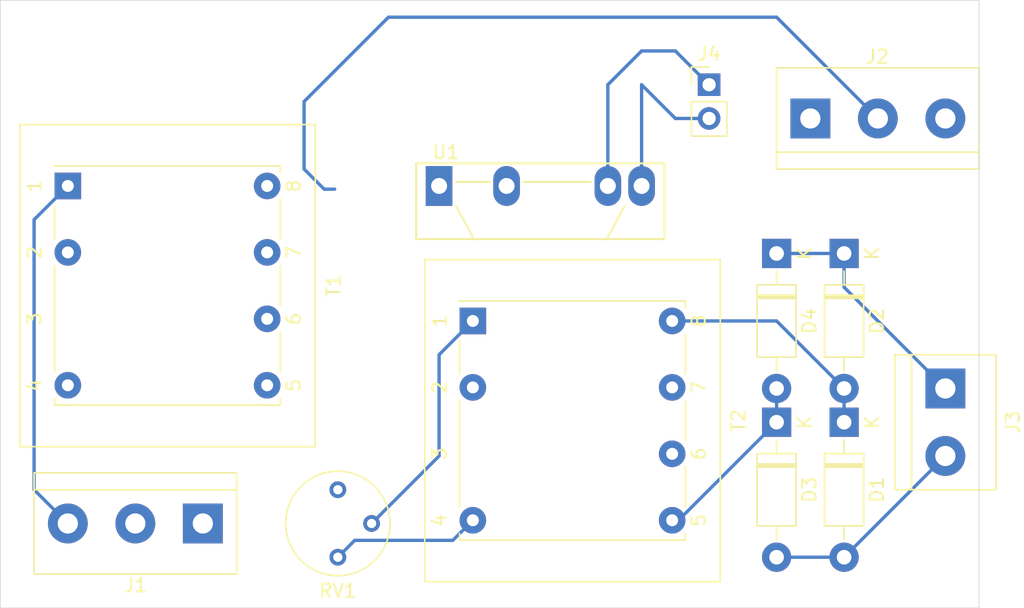
<source format=kicad_pcb>
(kicad_pcb (version 20171130) (host pcbnew "(5.1.4)-1")

  (general
    (thickness 1.6)
    (drawings 4)
    (tracks 33)
    (zones 0)
    (modules 12)
    (nets 16)
  )

  (page A4)
  (layers
    (0 F.Cu signal)
    (31 B.Cu signal)
    (32 B.Adhes user)
    (33 F.Adhes user)
    (34 B.Paste user)
    (35 F.Paste user)
    (36 B.SilkS user)
    (37 F.SilkS user)
    (38 B.Mask user)
    (39 F.Mask user)
    (40 Dwgs.User user)
    (41 Cmts.User user)
    (42 Eco1.User user)
    (43 Eco2.User user)
    (44 Edge.Cuts user)
    (45 Margin user)
    (46 B.CrtYd user)
    (47 F.CrtYd user)
    (48 B.Fab user)
    (49 F.Fab user)
  )

  (setup
    (last_trace_width 0.25)
    (trace_clearance 0.2)
    (zone_clearance 0.508)
    (zone_45_only no)
    (trace_min 0.2)
    (via_size 0.8)
    (via_drill 0.4)
    (via_min_size 0.4)
    (via_min_drill 0.3)
    (uvia_size 0.3)
    (uvia_drill 0.1)
    (uvias_allowed no)
    (uvia_min_size 0.2)
    (uvia_min_drill 0.1)
    (edge_width 0.05)
    (segment_width 0.2)
    (pcb_text_width 0.3)
    (pcb_text_size 1.5 1.5)
    (mod_edge_width 0.12)
    (mod_text_size 1 1)
    (mod_text_width 0.15)
    (pad_size 1.524 1.524)
    (pad_drill 0.762)
    (pad_to_mask_clearance 0.051)
    (solder_mask_min_width 0.25)
    (aux_axis_origin 0 0)
    (visible_elements 7FFFFFFF)
    (pcbplotparams
      (layerselection 0x010fc_ffffffff)
      (usegerberextensions false)
      (usegerberattributes false)
      (usegerberadvancedattributes false)
      (creategerberjobfile false)
      (excludeedgelayer true)
      (linewidth 0.100000)
      (plotframeref false)
      (viasonmask false)
      (mode 1)
      (useauxorigin false)
      (hpglpennumber 1)
      (hpglpenspeed 20)
      (hpglpendiameter 15.000000)
      (psnegative false)
      (psa4output false)
      (plotreference true)
      (plotvalue true)
      (plotinvisibletext false)
      (padsonsilk false)
      (subtractmaskfromsilk false)
      (outputformat 1)
      (mirror false)
      (drillshape 1)
      (scaleselection 1)
      (outputdirectory ""))
  )

  (net 0 "")
  (net 1 "Net-(D1-Pad2)")
  (net 2 "Net-(D1-Pad1)")
  (net 3 "Net-(D2-Pad1)")
  (net 4 "Net-(D3-Pad1)")
  (net 5 "Net-(J1-Pad3)")
  (net 6 "Net-(J1-Pad2)")
  (net 7 "Net-(J1-Pad1)")
  (net 8 "Net-(J2-Pad2)")
  (net 9 "Net-(J2-Pad1)")
  (net 10 "Net-(J4-Pad2)")
  (net 11 "Net-(J4-Pad1)")
  (net 12 "Net-(RV1-Pad1)")
  (net 13 "Net-(RV1-Pad2)")
  (net 14 "Net-(RV1-Pad3)")
  (net 15 "Net-(T1-Pad4)")

  (net_class Default "This is the default net class."
    (clearance 0.2)
    (trace_width 0.25)
    (via_dia 0.8)
    (via_drill 0.4)
    (uvia_dia 0.3)
    (uvia_drill 0.1)
    (add_net "Net-(D1-Pad1)")
    (add_net "Net-(D1-Pad2)")
    (add_net "Net-(D2-Pad1)")
    (add_net "Net-(D3-Pad1)")
    (add_net "Net-(J1-Pad1)")
    (add_net "Net-(J1-Pad2)")
    (add_net "Net-(J1-Pad3)")
    (add_net "Net-(J2-Pad1)")
    (add_net "Net-(J2-Pad2)")
    (add_net "Net-(J4-Pad1)")
    (add_net "Net-(J4-Pad2)")
    (add_net "Net-(RV1-Pad1)")
    (add_net "Net-(RV1-Pad2)")
    (add_net "Net-(RV1-Pad3)")
    (add_net "Net-(T1-Pad4)")
  )

  (module Transformer_THT:Transformer_Breve_TEZ-22x24 (layer F.Cu) (tedit 5A030845) (tstamp 5E0C4C83)
    (at 73.66 64.77 270)
    (descr http://www.breve.pl/pdf/ANG/TEZ_ang.pdf)
    (tags "TEZ PCB Transformer")
    (path /5E0C56BF)
    (fp_text reference T1 (at 7.5 -20 90) (layer F.SilkS)
      (effects (font (size 1 1) (thickness 0.15)))
    )
    (fp_text value Isolation (at 7.25 -6 90) (layer F.Fab)
      (effects (font (size 1 1) (thickness 0.15)))
    )
    (fp_line (start 19.62 3.62) (end -4.62 3.62) (layer F.SilkS) (width 0.12))
    (fp_line (start 19.62 3.62) (end 19.62 -18.62) (layer F.SilkS) (width 0.12))
    (fp_line (start -4.62 -18.62) (end -4.62 3.62) (layer F.SilkS) (width 0.12))
    (fp_line (start -4.62 -18.62) (end 19.62 -18.62) (layer F.SilkS) (width 0.12))
    (fp_line (start 19.75 3.75) (end -4.75 3.75) (layer F.CrtYd) (width 0.05))
    (fp_line (start 19.75 3.75) (end 19.75 -18.75) (layer F.CrtYd) (width 0.05))
    (fp_line (start -4.75 -18.75) (end -4.75 3.75) (layer F.CrtYd) (width 0.05))
    (fp_line (start -4.75 -18.75) (end 19.75 -18.75) (layer F.CrtYd) (width 0.05))
    (fp_line (start -4.5 3.5) (end -4.5 -18.5) (layer F.Fab) (width 0.1))
    (fp_line (start 19.5 3.5) (end -4.5 3.5) (layer F.Fab) (width 0.1))
    (fp_line (start 19.5 -18.5) (end 19.5 3.5) (layer F.Fab) (width 0.1))
    (fp_line (start -4.5 -18.5) (end 19.5 -18.5) (layer F.Fab) (width 0.1))
    (fp_line (start 1 -16) (end 4 -16) (layer F.SilkS) (width 0.12))
    (fp_line (start 6 -16) (end 9 -16) (layer F.SilkS) (width 0.12))
    (fp_line (start 11 -16) (end 14 -16) (layer F.SilkS) (width 0.12))
    (fp_line (start 16 -16) (end 16.5 -16) (layer F.SilkS) (width 0.12))
    (fp_line (start -1 -16) (end -1.5 -16) (layer F.SilkS) (width 0.12))
    (fp_line (start 6 1) (end 14 1) (layer F.SilkS) (width 0.12))
    (fp_line (start 16.5 1) (end 16.5 -16) (layer F.SilkS) (width 0.12))
    (fp_line (start 16 1) (end 16.5 1) (layer F.SilkS) (width 0.12))
    (fp_line (start -1.5 1) (end -1.5 -16) (layer F.SilkS) (width 0.12))
    (fp_line (start 4 1) (end 1.5 1) (layer F.SilkS) (width 0.12))
    (fp_line (start -1.5 1) (end -1.5 -16) (layer F.Fab) (width 0.1))
    (fp_line (start 16.5 1) (end -1.5 1) (layer F.Fab) (width 0.1))
    (fp_line (start 16.5 -16) (end 16.5 1) (layer F.Fab) (width 0.1))
    (fp_line (start -1.5 -16) (end 16.5 -16) (layer F.Fab) (width 0.1))
    (fp_text user %R (at 7.5 -7.5 90) (layer F.Fab)
      (effects (font (size 1 1) (thickness 0.15)))
    )
    (fp_text user 1 (at 0 2.5 90) (layer F.SilkS)
      (effects (font (size 1 1) (thickness 0.15)))
    )
    (fp_text user 2 (at 5 2.5 90) (layer F.SilkS)
      (effects (font (size 1 1) (thickness 0.15)))
    )
    (fp_text user 3 (at 10 2.5 90) (layer F.SilkS)
      (effects (font (size 1 1) (thickness 0.15)))
    )
    (fp_text user 4 (at 15 2.5 90) (layer F.SilkS)
      (effects (font (size 1 1) (thickness 0.15)))
    )
    (fp_text user 5 (at 15 -17 90) (layer F.SilkS)
      (effects (font (size 1 1) (thickness 0.15)))
    )
    (fp_text user 6 (at 10 -17 90) (layer F.SilkS)
      (effects (font (size 1 1) (thickness 0.15)))
    )
    (fp_text user 7 (at 5 -17 90) (layer F.SilkS)
      (effects (font (size 1 1) (thickness 0.15)))
    )
    (fp_text user 8 (at 0 -17 90) (layer F.SilkS)
      (effects (font (size 1 1) (thickness 0.15)))
    )
    (pad 8 thru_hole circle (at 0 -15 270) (size 2 2) (drill 0.9) (layers *.Cu *.Mask))
    (pad 7 thru_hole circle (at 5 -15 270) (size 2 2) (drill 0.9) (layers *.Cu *.Mask)
      (net 14 "Net-(RV1-Pad3)"))
    (pad 6 thru_hole circle (at 10 -15 270) (size 2 2) (drill 0.9) (layers *.Cu *.Mask)
      (net 12 "Net-(RV1-Pad1)"))
    (pad 5 thru_hole circle (at 15 -15 270) (size 2 2) (drill 0.9) (layers *.Cu *.Mask)
      (net 8 "Net-(J2-Pad2)"))
    (pad 4 thru_hole circle (at 15 0 270) (size 2 2) (drill 0.9) (layers *.Cu *.Mask)
      (net 15 "Net-(T1-Pad4)"))
    (pad 2 thru_hole circle (at 5 0 270) (size 2 2) (drill 0.9) (layers *.Cu *.Mask)
      (net 6 "Net-(J1-Pad2)"))
    (pad 1 thru_hole rect (at 0 0 270) (size 2 2) (drill 0.9) (layers *.Cu *.Mask)
      (net 5 "Net-(J1-Pad3)"))
    (model ${KISYS3DMOD}/Transformer_THT.3dshapes/Transformer_Breve_TEZ-22x24.wrl
      (at (xyz 0 0 0))
      (scale (xyz 1 1 1))
      (rotate (xyz 0 0 0))
    )
  )

  (module TerminalBlock:TerminalBlock_bornier-3_P5.08mm (layer F.Cu) (tedit 59FF03B9) (tstamp 5E0BC4CD)
    (at 83.82 90.17 180)
    (descr "simple 3-pin terminal block, pitch 5.08mm, revamped version of bornier3")
    (tags "terminal block bornier3")
    (path /5E0D69DC)
    (fp_text reference J1 (at 5.05 -4.65) (layer F.SilkS)
      (effects (font (size 1 1) (thickness 0.15)))
    )
    (fp_text value "12V AC in" (at 5.08 5.08) (layer F.Fab)
      (effects (font (size 1 1) (thickness 0.15)))
    )
    (fp_line (start 12.88 4) (end -2.72 4) (layer F.CrtYd) (width 0.05))
    (fp_line (start 12.88 4) (end 12.88 -4) (layer F.CrtYd) (width 0.05))
    (fp_line (start -2.72 -4) (end -2.72 4) (layer F.CrtYd) (width 0.05))
    (fp_line (start -2.72 -4) (end 12.88 -4) (layer F.CrtYd) (width 0.05))
    (fp_line (start -2.54 3.81) (end 12.7 3.81) (layer F.SilkS) (width 0.12))
    (fp_line (start -2.54 -3.81) (end 12.7 -3.81) (layer F.SilkS) (width 0.12))
    (fp_line (start -2.54 2.54) (end 12.7 2.54) (layer F.SilkS) (width 0.12))
    (fp_line (start 12.7 3.81) (end 12.7 -3.81) (layer F.SilkS) (width 0.12))
    (fp_line (start -2.54 3.81) (end -2.54 -3.81) (layer F.SilkS) (width 0.12))
    (fp_line (start -2.47 3.75) (end -2.47 -3.75) (layer F.Fab) (width 0.1))
    (fp_line (start 12.63 3.75) (end -2.47 3.75) (layer F.Fab) (width 0.1))
    (fp_line (start 12.63 -3.75) (end 12.63 3.75) (layer F.Fab) (width 0.1))
    (fp_line (start -2.47 -3.75) (end 12.63 -3.75) (layer F.Fab) (width 0.1))
    (fp_line (start -2.47 2.55) (end 12.63 2.55) (layer F.Fab) (width 0.1))
    (fp_text user %R (at 5.08 0) (layer F.Fab)
      (effects (font (size 1 1) (thickness 0.15)))
    )
    (pad 3 thru_hole circle (at 10.16 0 180) (size 3 3) (drill 1.52) (layers *.Cu *.Mask)
      (net 5 "Net-(J1-Pad3)"))
    (pad 2 thru_hole circle (at 5.08 0 180) (size 3 3) (drill 1.52) (layers *.Cu *.Mask)
      (net 6 "Net-(J1-Pad2)"))
    (pad 1 thru_hole rect (at 0 0 180) (size 3 3) (drill 1.52) (layers *.Cu *.Mask)
      (net 7 "Net-(J1-Pad1)"))
    (model ${KISYS3DMOD}/TerminalBlock.3dshapes/TerminalBlock_bornier-3_P5.08mm.wrl
      (offset (xyz 5.079999923706055 0 0))
      (scale (xyz 1 1 1))
      (rotate (xyz 0 0 0))
    )
  )

  (module Transformer_THT:Transformer_Breve_TEZ-22x24 (layer F.Cu) (tedit 5A030845) (tstamp 5E0B9F63)
    (at 104.14 74.93 270)
    (descr http://www.breve.pl/pdf/ANG/TEZ_ang.pdf)
    (tags "TEZ PCB Transformer")
    (path /5E0D9319)
    (fp_text reference T2 (at 7.5 -20 90) (layer F.SilkS)
      (effects (font (size 1 1) (thickness 0.15)))
    )
    (fp_text value "Capacitor Charger" (at 7.25 -6 90) (layer F.Fab)
      (effects (font (size 1 1) (thickness 0.15)))
    )
    (fp_line (start 19.62 3.62) (end -4.62 3.62) (layer F.SilkS) (width 0.12))
    (fp_line (start 19.62 3.62) (end 19.62 -18.62) (layer F.SilkS) (width 0.12))
    (fp_line (start -4.62 -18.62) (end -4.62 3.62) (layer F.SilkS) (width 0.12))
    (fp_line (start -4.62 -18.62) (end 19.62 -18.62) (layer F.SilkS) (width 0.12))
    (fp_line (start 19.75 3.75) (end -4.75 3.75) (layer F.CrtYd) (width 0.05))
    (fp_line (start 19.75 3.75) (end 19.75 -18.75) (layer F.CrtYd) (width 0.05))
    (fp_line (start -4.75 -18.75) (end -4.75 3.75) (layer F.CrtYd) (width 0.05))
    (fp_line (start -4.75 -18.75) (end 19.75 -18.75) (layer F.CrtYd) (width 0.05))
    (fp_line (start -4.5 3.5) (end -4.5 -18.5) (layer F.Fab) (width 0.1))
    (fp_line (start 19.5 3.5) (end -4.5 3.5) (layer F.Fab) (width 0.1))
    (fp_line (start 19.5 -18.5) (end 19.5 3.5) (layer F.Fab) (width 0.1))
    (fp_line (start -4.5 -18.5) (end 19.5 -18.5) (layer F.Fab) (width 0.1))
    (fp_line (start 1 -16) (end 4 -16) (layer F.SilkS) (width 0.12))
    (fp_line (start 6 -16) (end 9 -16) (layer F.SilkS) (width 0.12))
    (fp_line (start 11 -16) (end 14 -16) (layer F.SilkS) (width 0.12))
    (fp_line (start 16 -16) (end 16.5 -16) (layer F.SilkS) (width 0.12))
    (fp_line (start -1 -16) (end -1.5 -16) (layer F.SilkS) (width 0.12))
    (fp_line (start 6 1) (end 14 1) (layer F.SilkS) (width 0.12))
    (fp_line (start 16.5 1) (end 16.5 -16) (layer F.SilkS) (width 0.12))
    (fp_line (start 16 1) (end 16.5 1) (layer F.SilkS) (width 0.12))
    (fp_line (start -1.5 1) (end -1.5 -16) (layer F.SilkS) (width 0.12))
    (fp_line (start 4 1) (end 1.5 1) (layer F.SilkS) (width 0.12))
    (fp_line (start -1.5 1) (end -1.5 -16) (layer F.Fab) (width 0.1))
    (fp_line (start 16.5 1) (end -1.5 1) (layer F.Fab) (width 0.1))
    (fp_line (start 16.5 -16) (end 16.5 1) (layer F.Fab) (width 0.1))
    (fp_line (start -1.5 -16) (end 16.5 -16) (layer F.Fab) (width 0.1))
    (fp_text user %R (at 7.5 -7.5 90) (layer F.Fab)
      (effects (font (size 1 1) (thickness 0.15)))
    )
    (fp_text user 1 (at 0 2.5 90) (layer F.SilkS)
      (effects (font (size 1 1) (thickness 0.15)))
    )
    (fp_text user 2 (at 5 2.5 90) (layer F.SilkS)
      (effects (font (size 1 1) (thickness 0.15)))
    )
    (fp_text user 3 (at 10 2.5 90) (layer F.SilkS)
      (effects (font (size 1 1) (thickness 0.15)))
    )
    (fp_text user 4 (at 15 2.5 90) (layer F.SilkS)
      (effects (font (size 1 1) (thickness 0.15)))
    )
    (fp_text user 5 (at 15 -17 90) (layer F.SilkS)
      (effects (font (size 1 1) (thickness 0.15)))
    )
    (fp_text user 6 (at 10 -17 90) (layer F.SilkS)
      (effects (font (size 1 1) (thickness 0.15)))
    )
    (fp_text user 7 (at 5 -17 90) (layer F.SilkS)
      (effects (font (size 1 1) (thickness 0.15)))
    )
    (fp_text user 8 (at 0 -17 90) (layer F.SilkS)
      (effects (font (size 1 1) (thickness 0.15)))
    )
    (pad 8 thru_hole circle (at 0 -15 270) (size 2 2) (drill 0.9) (layers *.Cu *.Mask)
      (net 2 "Net-(D1-Pad1)"))
    (pad 7 thru_hole circle (at 5 -15 270) (size 2 2) (drill 0.9) (layers *.Cu *.Mask))
    (pad 6 thru_hole circle (at 10 -15 270) (size 2 2) (drill 0.9) (layers *.Cu *.Mask))
    (pad 5 thru_hole circle (at 15 -15 270) (size 2 2) (drill 0.9) (layers *.Cu *.Mask)
      (net 4 "Net-(D3-Pad1)"))
    (pad 4 thru_hole circle (at 15 0 270) (size 2 2) (drill 0.9) (layers *.Cu *.Mask)
      (net 14 "Net-(RV1-Pad3)"))
    (pad 2 thru_hole circle (at 5 0 270) (size 2 2) (drill 0.9) (layers *.Cu *.Mask))
    (pad 1 thru_hole rect (at 0 0 270) (size 2 2) (drill 0.9) (layers *.Cu *.Mask)
      (net 13 "Net-(RV1-Pad2)"))
    (model ${KISYS3DMOD}/Transformer_THT.3dshapes/Transformer_Breve_TEZ-22x24.wrl
      (at (xyz 0 0 0))
      (scale (xyz 1 1 1))
      (rotate (xyz 0 0 0))
    )
  )

  (module Package_SIP:SIP4_Sharp-SSR_P7.62mm_Straight (layer F.Cu) (tedit 5A0CB273) (tstamp 5E0B5966)
    (at 101.6 64.77)
    (descr "SIP4 Footprint for SSR made by Sharp")
    (tags "Solid State relais SSR Sharp")
    (path /5E0E4E55)
    (fp_text reference U1 (at 0.508 -2.54) (layer F.SilkS)
      (effects (font (size 1 1) (thickness 0.15)))
    )
    (fp_text value S102S01 (at 7.62 5) (layer F.Fab)
      (effects (font (size 1 1) (thickness 0.15)))
    )
    (fp_line (start -1.6 -0.6) (end -1.6 3.9) (layer F.Fab) (width 0.1))
    (fp_line (start -0.6 -1.6) (end -1.6 -0.6) (layer F.Fab) (width 0.1))
    (fp_line (start 16.8 -1.6) (end -0.6 -1.6) (layer F.Fab) (width 0.1))
    (fp_line (start 16.8 3.9) (end 16.8 -1.6) (layer F.Fab) (width 0.1))
    (fp_line (start -1.6 3.9) (end 16.8 3.9) (layer F.Fab) (width 0.1))
    (fp_line (start -1.73 4) (end -1.73 -1.7) (layer F.SilkS) (width 0.15))
    (fp_line (start 16.97 4) (end -1.73 4) (layer F.SilkS) (width 0.15))
    (fp_line (start 16.97 -1.7) (end 16.97 4) (layer F.SilkS) (width 0.15))
    (fp_line (start -1.73 -1.7) (end 16.97 -1.7) (layer F.SilkS) (width 0.15))
    (fp_line (start 12.62 4) (end 13.96 1.5) (layer F.SilkS) (width 0.15))
    (fp_line (start 2.62 4) (end 1.28 1.5) (layer F.SilkS) (width 0.15))
    (fp_line (start -2 -1.95) (end 17.25 -1.95) (layer F.CrtYd) (width 0.05))
    (fp_line (start -2 4.25) (end -2 -1.95) (layer F.CrtYd) (width 0.05))
    (fp_line (start 17.25 4.25) (end -2 4.25) (layer F.CrtYd) (width 0.05))
    (fp_line (start 17.25 -1.95) (end 17.25 4.25) (layer F.CrtYd) (width 0.05))
    (fp_line (start 6.35 -0.3) (end 11.43 -0.3) (layer F.SilkS) (width 0.15))
    (fp_line (start 1.27 -0.3) (end 3.81 -0.3) (layer F.SilkS) (width 0.15))
    (fp_text user %R (at 7.62 0) (layer F.Fab)
      (effects (font (size 1 1) (thickness 0.15)))
    )
    (pad 4 thru_hole oval (at 15.24 0) (size 2 3) (drill 1.2) (layers *.Cu *.Mask)
      (net 10 "Net-(J4-Pad2)"))
    (pad 3 thru_hole oval (at 12.7 0) (size 2 3) (drill 1.2) (layers *.Cu *.Mask)
      (net 11 "Net-(J4-Pad1)"))
    (pad 2 thru_hole oval (at 5.08 0) (size 2 3) (drill 1.2) (layers *.Cu *.Mask)
      (net 15 "Net-(T1-Pad4)"))
    (pad 1 thru_hole rect (at 0 0) (size 2 3) (drill 1.2) (layers *.Cu *.Mask)
      (net 9 "Net-(J2-Pad1)"))
    (model ${KISYS3DMOD}/Package_SIP.3dshapes/SIP4_Sharp-SSR_P7.62mm_Straight.wrl
      (at (xyz 0 0 0))
      (scale (xyz 1 1 1))
      (rotate (xyz 0 0 0))
    )
  )

  (module Potentiometer_THT:Potentiometer_Bourns_3339P_Vertical (layer F.Cu) (tedit 5A3D4993) (tstamp 5E0B587F)
    (at 93.98 87.63 180)
    (descr "Potentiometer, vertical, Bourns 3339P, http://www.bourns.com/docs/Product-Datasheets/3339.pdf")
    (tags "Potentiometer vertical Bourns 3339P")
    (path /5E0C9DF4)
    (fp_text reference RV1 (at 0 -7.6) (layer F.SilkS)
      (effects (font (size 1 1) (thickness 0.15)))
    )
    (fp_text value R_POT (at 0 2.52) (layer F.Fab)
      (effects (font (size 1 1) (thickness 0.15)))
    )
    (fp_text user %R (at -3.018 -2.54 90) (layer F.Fab)
      (effects (font (size 0.66 0.66) (thickness 0.15)))
    )
    (fp_line (start 4.1 -6.6) (end -4.1 -6.6) (layer F.CrtYd) (width 0.05))
    (fp_line (start 4.1 1.55) (end 4.1 -6.6) (layer F.CrtYd) (width 0.05))
    (fp_line (start -4.1 1.55) (end 4.1 1.55) (layer F.CrtYd) (width 0.05))
    (fp_line (start -4.1 -6.6) (end -4.1 1.55) (layer F.CrtYd) (width 0.05))
    (fp_line (start 0 -0.064) (end 0.001 -5.014) (layer F.Fab) (width 0.1))
    (fp_line (start 0 -0.064) (end 0.001 -5.014) (layer F.Fab) (width 0.1))
    (fp_circle (center 0 -2.54) (end 3.93 -2.54) (layer F.SilkS) (width 0.12))
    (fp_circle (center 0 -2.54) (end 2.5 -2.54) (layer F.Fab) (width 0.1))
    (fp_circle (center 0 -2.54) (end 3.81 -2.54) (layer F.Fab) (width 0.1))
    (pad 1 thru_hole circle (at 0 0 180) (size 1.26 1.26) (drill 0.7) (layers *.Cu *.Mask)
      (net 12 "Net-(RV1-Pad1)"))
    (pad 2 thru_hole circle (at -2.54 -2.54 180) (size 1.26 1.26) (drill 0.7) (layers *.Cu *.Mask)
      (net 13 "Net-(RV1-Pad2)"))
    (pad 3 thru_hole circle (at 0 -5.08 180) (size 1.26 1.26) (drill 0.7) (layers *.Cu *.Mask)
      (net 14 "Net-(RV1-Pad3)"))
    (model ${KISYS3DMOD}/Potentiometer_THT.3dshapes/Potentiometer_Bourns_3339P_Vertical.wrl
      (at (xyz 0 0 0))
      (scale (xyz 1 1 1))
      (rotate (xyz 0 0 0))
    )
  )

  (module Connector_PinHeader_2.54mm:PinHeader_1x02_P2.54mm_Vertical (layer F.Cu) (tedit 59FED5CC) (tstamp 5E0B586E)
    (at 121.92 57.15)
    (descr "Through hole straight pin header, 1x02, 2.54mm pitch, single row")
    (tags "Through hole pin header THT 1x02 2.54mm single row")
    (path /5E0F7ADE)
    (fp_text reference J4 (at 0 -2.33) (layer F.SilkS)
      (effects (font (size 1 1) (thickness 0.15)))
    )
    (fp_text value Signal (at 0 4.87) (layer F.Fab)
      (effects (font (size 1 1) (thickness 0.15)))
    )
    (fp_text user %R (at 0 1.27 90) (layer F.Fab)
      (effects (font (size 1 1) (thickness 0.15)))
    )
    (fp_line (start 1.8 -1.8) (end -1.8 -1.8) (layer F.CrtYd) (width 0.05))
    (fp_line (start 1.8 4.35) (end 1.8 -1.8) (layer F.CrtYd) (width 0.05))
    (fp_line (start -1.8 4.35) (end 1.8 4.35) (layer F.CrtYd) (width 0.05))
    (fp_line (start -1.8 -1.8) (end -1.8 4.35) (layer F.CrtYd) (width 0.05))
    (fp_line (start -1.33 -1.33) (end 0 -1.33) (layer F.SilkS) (width 0.12))
    (fp_line (start -1.33 0) (end -1.33 -1.33) (layer F.SilkS) (width 0.12))
    (fp_line (start -1.33 1.27) (end 1.33 1.27) (layer F.SilkS) (width 0.12))
    (fp_line (start 1.33 1.27) (end 1.33 3.87) (layer F.SilkS) (width 0.12))
    (fp_line (start -1.33 1.27) (end -1.33 3.87) (layer F.SilkS) (width 0.12))
    (fp_line (start -1.33 3.87) (end 1.33 3.87) (layer F.SilkS) (width 0.12))
    (fp_line (start -1.27 -0.635) (end -0.635 -1.27) (layer F.Fab) (width 0.1))
    (fp_line (start -1.27 3.81) (end -1.27 -0.635) (layer F.Fab) (width 0.1))
    (fp_line (start 1.27 3.81) (end -1.27 3.81) (layer F.Fab) (width 0.1))
    (fp_line (start 1.27 -1.27) (end 1.27 3.81) (layer F.Fab) (width 0.1))
    (fp_line (start -0.635 -1.27) (end 1.27 -1.27) (layer F.Fab) (width 0.1))
    (pad 2 thru_hole oval (at 0 2.54) (size 1.7 1.7) (drill 1) (layers *.Cu *.Mask)
      (net 10 "Net-(J4-Pad2)"))
    (pad 1 thru_hole rect (at 0 0) (size 1.7 1.7) (drill 1) (layers *.Cu *.Mask)
      (net 11 "Net-(J4-Pad1)"))
    (model ${KISYS3DMOD}/Connector_PinHeader_2.54mm.3dshapes/PinHeader_1x02_P2.54mm_Vertical.wrl
      (at (xyz 0 0 0))
      (scale (xyz 1 1 1))
      (rotate (xyz 0 0 0))
    )
  )

  (module TerminalBlock:TerminalBlock_bornier-2_P5.08mm (layer F.Cu) (tedit 59FF03AB) (tstamp 5E0B5858)
    (at 139.7 80.01 270)
    (descr "simple 2-pin terminal block, pitch 5.08mm, revamped version of bornier2")
    (tags "terminal block bornier2")
    (path /5E0EE4BC)
    (fp_text reference J3 (at 2.54 -5.08 90) (layer F.SilkS)
      (effects (font (size 1 1) (thickness 0.15)))
    )
    (fp_text value "To Capacitors" (at 2.54 5.08 90) (layer F.Fab)
      (effects (font (size 1 1) (thickness 0.15)))
    )
    (fp_line (start 7.79 4) (end -2.71 4) (layer F.CrtYd) (width 0.05))
    (fp_line (start 7.79 4) (end 7.79 -4) (layer F.CrtYd) (width 0.05))
    (fp_line (start -2.71 -4) (end -2.71 4) (layer F.CrtYd) (width 0.05))
    (fp_line (start -2.71 -4) (end 7.79 -4) (layer F.CrtYd) (width 0.05))
    (fp_line (start -2.54 3.81) (end 7.62 3.81) (layer F.SilkS) (width 0.12))
    (fp_line (start -2.54 -3.81) (end -2.54 3.81) (layer F.SilkS) (width 0.12))
    (fp_line (start 7.62 -3.81) (end -2.54 -3.81) (layer F.SilkS) (width 0.12))
    (fp_line (start 7.62 3.81) (end 7.62 -3.81) (layer F.SilkS) (width 0.12))
    (fp_line (start 7.62 2.54) (end -2.54 2.54) (layer F.SilkS) (width 0.12))
    (fp_line (start 7.54 -3.75) (end -2.46 -3.75) (layer F.Fab) (width 0.1))
    (fp_line (start 7.54 3.75) (end 7.54 -3.75) (layer F.Fab) (width 0.1))
    (fp_line (start -2.46 3.75) (end 7.54 3.75) (layer F.Fab) (width 0.1))
    (fp_line (start -2.46 -3.75) (end -2.46 3.75) (layer F.Fab) (width 0.1))
    (fp_line (start -2.41 2.55) (end 7.49 2.55) (layer F.Fab) (width 0.1))
    (fp_text user %R (at 2.54 0 90) (layer F.Fab)
      (effects (font (size 1 1) (thickness 0.15)))
    )
    (pad 2 thru_hole circle (at 5.08 0 270) (size 3 3) (drill 1.52) (layers *.Cu *.Mask)
      (net 1 "Net-(D1-Pad2)"))
    (pad 1 thru_hole rect (at 0 0 270) (size 3 3) (drill 1.52) (layers *.Cu *.Mask)
      (net 3 "Net-(D2-Pad1)"))
    (model ${KISYS3DMOD}/TerminalBlock.3dshapes/TerminalBlock_bornier-2_P5.08mm.wrl
      (offset (xyz 2.539999961853027 0 0))
      (scale (xyz 1 1 1))
      (rotate (xyz 0 0 0))
    )
  )

  (module TerminalBlock:TerminalBlock_bornier-3_P5.08mm (layer F.Cu) (tedit 59FF03B9) (tstamp 5E0B5843)
    (at 129.54 59.69)
    (descr "simple 3-pin terminal block, pitch 5.08mm, revamped version of bornier3")
    (tags "terminal block bornier3")
    (path /5E0F4C5B)
    (fp_text reference J2 (at 5.05 -4.65) (layer F.SilkS)
      (effects (font (size 1 1) (thickness 0.15)))
    )
    (fp_text value "To Flyback" (at 5.08 5.08) (layer F.Fab)
      (effects (font (size 1 1) (thickness 0.15)))
    )
    (fp_line (start 12.88 4) (end -2.72 4) (layer F.CrtYd) (width 0.05))
    (fp_line (start 12.88 4) (end 12.88 -4) (layer F.CrtYd) (width 0.05))
    (fp_line (start -2.72 -4) (end -2.72 4) (layer F.CrtYd) (width 0.05))
    (fp_line (start -2.72 -4) (end 12.88 -4) (layer F.CrtYd) (width 0.05))
    (fp_line (start -2.54 3.81) (end 12.7 3.81) (layer F.SilkS) (width 0.12))
    (fp_line (start -2.54 -3.81) (end 12.7 -3.81) (layer F.SilkS) (width 0.12))
    (fp_line (start -2.54 2.54) (end 12.7 2.54) (layer F.SilkS) (width 0.12))
    (fp_line (start 12.7 3.81) (end 12.7 -3.81) (layer F.SilkS) (width 0.12))
    (fp_line (start -2.54 3.81) (end -2.54 -3.81) (layer F.SilkS) (width 0.12))
    (fp_line (start -2.47 3.75) (end -2.47 -3.75) (layer F.Fab) (width 0.1))
    (fp_line (start 12.63 3.75) (end -2.47 3.75) (layer F.Fab) (width 0.1))
    (fp_line (start 12.63 -3.75) (end 12.63 3.75) (layer F.Fab) (width 0.1))
    (fp_line (start -2.47 -3.75) (end 12.63 -3.75) (layer F.Fab) (width 0.1))
    (fp_line (start -2.47 2.55) (end 12.63 2.55) (layer F.Fab) (width 0.1))
    (fp_text user %R (at 5.08 0) (layer F.Fab)
      (effects (font (size 1 1) (thickness 0.15)))
    )
    (pad 3 thru_hole circle (at 10.16 0) (size 3 3) (drill 1.52) (layers *.Cu *.Mask))
    (pad 2 thru_hole circle (at 5.08 0) (size 3 3) (drill 1.52) (layers *.Cu *.Mask)
      (net 8 "Net-(J2-Pad2)"))
    (pad 1 thru_hole rect (at 0 0) (size 3 3) (drill 1.52) (layers *.Cu *.Mask)
      (net 9 "Net-(J2-Pad1)"))
    (model ${KISYS3DMOD}/TerminalBlock.3dshapes/TerminalBlock_bornier-3_P5.08mm.wrl
      (offset (xyz 5.079999923706055 0 0))
      (scale (xyz 1 1 1))
      (rotate (xyz 0 0 0))
    )
  )

  (module Diode_THT:D_DO-41_SOD81_P10.16mm_Horizontal (layer F.Cu) (tedit 5AE50CD5) (tstamp 5E0B5817)
    (at 127 69.85 270)
    (descr "Diode, DO-41_SOD81 series, Axial, Horizontal, pin pitch=10.16mm, , length*diameter=5.2*2.7mm^2, , http://www.diodes.com/_files/packages/DO-41%20(Plastic).pdf")
    (tags "Diode DO-41_SOD81 series Axial Horizontal pin pitch 10.16mm  length 5.2mm diameter 2.7mm")
    (path /5E0E862E)
    (fp_text reference D4 (at 5.08 -2.47 90) (layer F.SilkS)
      (effects (font (size 1 1) (thickness 0.15)))
    )
    (fp_text value 1N4007 (at 5.08 2.47 90) (layer F.Fab)
      (effects (font (size 1 1) (thickness 0.15)))
    )
    (fp_text user K (at 0 -2.1 90) (layer F.SilkS)
      (effects (font (size 1 1) (thickness 0.15)))
    )
    (fp_text user K (at 0 -2.1 90) (layer F.Fab)
      (effects (font (size 1 1) (thickness 0.15)))
    )
    (fp_text user %R (at 5.47 0 90) (layer F.Fab)
      (effects (font (size 1 1) (thickness 0.15)))
    )
    (fp_line (start 11.51 -1.6) (end -1.35 -1.6) (layer F.CrtYd) (width 0.05))
    (fp_line (start 11.51 1.6) (end 11.51 -1.6) (layer F.CrtYd) (width 0.05))
    (fp_line (start -1.35 1.6) (end 11.51 1.6) (layer F.CrtYd) (width 0.05))
    (fp_line (start -1.35 -1.6) (end -1.35 1.6) (layer F.CrtYd) (width 0.05))
    (fp_line (start 3.14 -1.47) (end 3.14 1.47) (layer F.SilkS) (width 0.12))
    (fp_line (start 3.38 -1.47) (end 3.38 1.47) (layer F.SilkS) (width 0.12))
    (fp_line (start 3.26 -1.47) (end 3.26 1.47) (layer F.SilkS) (width 0.12))
    (fp_line (start 8.82 0) (end 7.8 0) (layer F.SilkS) (width 0.12))
    (fp_line (start 1.34 0) (end 2.36 0) (layer F.SilkS) (width 0.12))
    (fp_line (start 7.8 -1.47) (end 2.36 -1.47) (layer F.SilkS) (width 0.12))
    (fp_line (start 7.8 1.47) (end 7.8 -1.47) (layer F.SilkS) (width 0.12))
    (fp_line (start 2.36 1.47) (end 7.8 1.47) (layer F.SilkS) (width 0.12))
    (fp_line (start 2.36 -1.47) (end 2.36 1.47) (layer F.SilkS) (width 0.12))
    (fp_line (start 3.16 -1.35) (end 3.16 1.35) (layer F.Fab) (width 0.1))
    (fp_line (start 3.36 -1.35) (end 3.36 1.35) (layer F.Fab) (width 0.1))
    (fp_line (start 3.26 -1.35) (end 3.26 1.35) (layer F.Fab) (width 0.1))
    (fp_line (start 10.16 0) (end 7.68 0) (layer F.Fab) (width 0.1))
    (fp_line (start 0 0) (end 2.48 0) (layer F.Fab) (width 0.1))
    (fp_line (start 7.68 -1.35) (end 2.48 -1.35) (layer F.Fab) (width 0.1))
    (fp_line (start 7.68 1.35) (end 7.68 -1.35) (layer F.Fab) (width 0.1))
    (fp_line (start 2.48 1.35) (end 7.68 1.35) (layer F.Fab) (width 0.1))
    (fp_line (start 2.48 -1.35) (end 2.48 1.35) (layer F.Fab) (width 0.1))
    (pad 2 thru_hole oval (at 10.16 0 270) (size 2.2 2.2) (drill 1.1) (layers *.Cu *.Mask)
      (net 4 "Net-(D3-Pad1)"))
    (pad 1 thru_hole rect (at 0 0 270) (size 2.2 2.2) (drill 1.1) (layers *.Cu *.Mask)
      (net 3 "Net-(D2-Pad1)"))
    (model ${KISYS3DMOD}/Diode_THT.3dshapes/D_DO-41_SOD81_P10.16mm_Horizontal.wrl
      (at (xyz 0 0 0))
      (scale (xyz 1 1 1))
      (rotate (xyz 0 0 0))
    )
  )

  (module Diode_THT:D_DO-41_SOD81_P10.16mm_Horizontal (layer F.Cu) (tedit 5AE50CD5) (tstamp 5E0B57F8)
    (at 127 82.55 270)
    (descr "Diode, DO-41_SOD81 series, Axial, Horizontal, pin pitch=10.16mm, , length*diameter=5.2*2.7mm^2, , http://www.diodes.com/_files/packages/DO-41%20(Plastic).pdf")
    (tags "Diode DO-41_SOD81 series Axial Horizontal pin pitch 10.16mm  length 5.2mm diameter 2.7mm")
    (path /5E0E8E38)
    (fp_text reference D3 (at 5.08 -2.47 90) (layer F.SilkS)
      (effects (font (size 1 1) (thickness 0.15)))
    )
    (fp_text value 1N4007 (at 5.08 2.47 90) (layer F.Fab)
      (effects (font (size 1 1) (thickness 0.15)))
    )
    (fp_text user K (at 0 -2.1 90) (layer F.SilkS)
      (effects (font (size 1 1) (thickness 0.15)))
    )
    (fp_text user K (at 0 -2.1 90) (layer F.Fab)
      (effects (font (size 1 1) (thickness 0.15)))
    )
    (fp_text user %R (at 5.47 0 90) (layer F.Fab)
      (effects (font (size 1 1) (thickness 0.15)))
    )
    (fp_line (start 11.51 -1.6) (end -1.35 -1.6) (layer F.CrtYd) (width 0.05))
    (fp_line (start 11.51 1.6) (end 11.51 -1.6) (layer F.CrtYd) (width 0.05))
    (fp_line (start -1.35 1.6) (end 11.51 1.6) (layer F.CrtYd) (width 0.05))
    (fp_line (start -1.35 -1.6) (end -1.35 1.6) (layer F.CrtYd) (width 0.05))
    (fp_line (start 3.14 -1.47) (end 3.14 1.47) (layer F.SilkS) (width 0.12))
    (fp_line (start 3.38 -1.47) (end 3.38 1.47) (layer F.SilkS) (width 0.12))
    (fp_line (start 3.26 -1.47) (end 3.26 1.47) (layer F.SilkS) (width 0.12))
    (fp_line (start 8.82 0) (end 7.8 0) (layer F.SilkS) (width 0.12))
    (fp_line (start 1.34 0) (end 2.36 0) (layer F.SilkS) (width 0.12))
    (fp_line (start 7.8 -1.47) (end 2.36 -1.47) (layer F.SilkS) (width 0.12))
    (fp_line (start 7.8 1.47) (end 7.8 -1.47) (layer F.SilkS) (width 0.12))
    (fp_line (start 2.36 1.47) (end 7.8 1.47) (layer F.SilkS) (width 0.12))
    (fp_line (start 2.36 -1.47) (end 2.36 1.47) (layer F.SilkS) (width 0.12))
    (fp_line (start 3.16 -1.35) (end 3.16 1.35) (layer F.Fab) (width 0.1))
    (fp_line (start 3.36 -1.35) (end 3.36 1.35) (layer F.Fab) (width 0.1))
    (fp_line (start 3.26 -1.35) (end 3.26 1.35) (layer F.Fab) (width 0.1))
    (fp_line (start 10.16 0) (end 7.68 0) (layer F.Fab) (width 0.1))
    (fp_line (start 0 0) (end 2.48 0) (layer F.Fab) (width 0.1))
    (fp_line (start 7.68 -1.35) (end 2.48 -1.35) (layer F.Fab) (width 0.1))
    (fp_line (start 7.68 1.35) (end 7.68 -1.35) (layer F.Fab) (width 0.1))
    (fp_line (start 2.48 1.35) (end 7.68 1.35) (layer F.Fab) (width 0.1))
    (fp_line (start 2.48 -1.35) (end 2.48 1.35) (layer F.Fab) (width 0.1))
    (pad 2 thru_hole oval (at 10.16 0 270) (size 2.2 2.2) (drill 1.1) (layers *.Cu *.Mask)
      (net 1 "Net-(D1-Pad2)"))
    (pad 1 thru_hole rect (at 0 0 270) (size 2.2 2.2) (drill 1.1) (layers *.Cu *.Mask)
      (net 4 "Net-(D3-Pad1)"))
    (model ${KISYS3DMOD}/Diode_THT.3dshapes/D_DO-41_SOD81_P10.16mm_Horizontal.wrl
      (at (xyz 0 0 0))
      (scale (xyz 1 1 1))
      (rotate (xyz 0 0 0))
    )
  )

  (module Diode_THT:D_DO-41_SOD81_P10.16mm_Horizontal (layer F.Cu) (tedit 5AE50CD5) (tstamp 5E0B57D9)
    (at 132.08 69.85 270)
    (descr "Diode, DO-41_SOD81 series, Axial, Horizontal, pin pitch=10.16mm, , length*diameter=5.2*2.7mm^2, , http://www.diodes.com/_files/packages/DO-41%20(Plastic).pdf")
    (tags "Diode DO-41_SOD81 series Axial Horizontal pin pitch 10.16mm  length 5.2mm diameter 2.7mm")
    (path /5E0E6F15)
    (fp_text reference D2 (at 5.08 -2.47 90) (layer F.SilkS)
      (effects (font (size 1 1) (thickness 0.15)))
    )
    (fp_text value 1N4007 (at 5.08 2.47 90) (layer F.Fab)
      (effects (font (size 1 1) (thickness 0.15)))
    )
    (fp_text user K (at 0 -2.1 90) (layer F.SilkS)
      (effects (font (size 1 1) (thickness 0.15)))
    )
    (fp_text user K (at 0 -2.1 90) (layer F.Fab)
      (effects (font (size 1 1) (thickness 0.15)))
    )
    (fp_text user %R (at 5.47 0 90) (layer F.Fab)
      (effects (font (size 1 1) (thickness 0.15)))
    )
    (fp_line (start 11.51 -1.6) (end -1.35 -1.6) (layer F.CrtYd) (width 0.05))
    (fp_line (start 11.51 1.6) (end 11.51 -1.6) (layer F.CrtYd) (width 0.05))
    (fp_line (start -1.35 1.6) (end 11.51 1.6) (layer F.CrtYd) (width 0.05))
    (fp_line (start -1.35 -1.6) (end -1.35 1.6) (layer F.CrtYd) (width 0.05))
    (fp_line (start 3.14 -1.47) (end 3.14 1.47) (layer F.SilkS) (width 0.12))
    (fp_line (start 3.38 -1.47) (end 3.38 1.47) (layer F.SilkS) (width 0.12))
    (fp_line (start 3.26 -1.47) (end 3.26 1.47) (layer F.SilkS) (width 0.12))
    (fp_line (start 8.82 0) (end 7.8 0) (layer F.SilkS) (width 0.12))
    (fp_line (start 1.34 0) (end 2.36 0) (layer F.SilkS) (width 0.12))
    (fp_line (start 7.8 -1.47) (end 2.36 -1.47) (layer F.SilkS) (width 0.12))
    (fp_line (start 7.8 1.47) (end 7.8 -1.47) (layer F.SilkS) (width 0.12))
    (fp_line (start 2.36 1.47) (end 7.8 1.47) (layer F.SilkS) (width 0.12))
    (fp_line (start 2.36 -1.47) (end 2.36 1.47) (layer F.SilkS) (width 0.12))
    (fp_line (start 3.16 -1.35) (end 3.16 1.35) (layer F.Fab) (width 0.1))
    (fp_line (start 3.36 -1.35) (end 3.36 1.35) (layer F.Fab) (width 0.1))
    (fp_line (start 3.26 -1.35) (end 3.26 1.35) (layer F.Fab) (width 0.1))
    (fp_line (start 10.16 0) (end 7.68 0) (layer F.Fab) (width 0.1))
    (fp_line (start 0 0) (end 2.48 0) (layer F.Fab) (width 0.1))
    (fp_line (start 7.68 -1.35) (end 2.48 -1.35) (layer F.Fab) (width 0.1))
    (fp_line (start 7.68 1.35) (end 7.68 -1.35) (layer F.Fab) (width 0.1))
    (fp_line (start 2.48 1.35) (end 7.68 1.35) (layer F.Fab) (width 0.1))
    (fp_line (start 2.48 -1.35) (end 2.48 1.35) (layer F.Fab) (width 0.1))
    (pad 2 thru_hole oval (at 10.16 0 270) (size 2.2 2.2) (drill 1.1) (layers *.Cu *.Mask)
      (net 2 "Net-(D1-Pad1)"))
    (pad 1 thru_hole rect (at 0 0 270) (size 2.2 2.2) (drill 1.1) (layers *.Cu *.Mask)
      (net 3 "Net-(D2-Pad1)"))
    (model ${KISYS3DMOD}/Diode_THT.3dshapes/D_DO-41_SOD81_P10.16mm_Horizontal.wrl
      (at (xyz 0 0 0))
      (scale (xyz 1 1 1))
      (rotate (xyz 0 0 0))
    )
  )

  (module Diode_THT:D_DO-41_SOD81_P10.16mm_Horizontal (layer F.Cu) (tedit 5AE50CD5) (tstamp 5E0B57BA)
    (at 132.08 82.55 270)
    (descr "Diode, DO-41_SOD81 series, Axial, Horizontal, pin pitch=10.16mm, , length*diameter=5.2*2.7mm^2, , http://www.diodes.com/_files/packages/DO-41%20(Plastic).pdf")
    (tags "Diode DO-41_SOD81 series Axial Horizontal pin pitch 10.16mm  length 5.2mm diameter 2.7mm")
    (path /5E0E7B3A)
    (fp_text reference D1 (at 5.08 -2.47 90) (layer F.SilkS)
      (effects (font (size 1 1) (thickness 0.15)))
    )
    (fp_text value 1N4007 (at 5.08 2.47 90) (layer F.Fab)
      (effects (font (size 1 1) (thickness 0.15)))
    )
    (fp_text user K (at 0 -2.1 90) (layer F.SilkS)
      (effects (font (size 1 1) (thickness 0.15)))
    )
    (fp_text user K (at 0 -2.1 90) (layer F.Fab)
      (effects (font (size 1 1) (thickness 0.15)))
    )
    (fp_text user %R (at 5.47 0 90) (layer F.Fab)
      (effects (font (size 1 1) (thickness 0.15)))
    )
    (fp_line (start 11.51 -1.6) (end -1.35 -1.6) (layer F.CrtYd) (width 0.05))
    (fp_line (start 11.51 1.6) (end 11.51 -1.6) (layer F.CrtYd) (width 0.05))
    (fp_line (start -1.35 1.6) (end 11.51 1.6) (layer F.CrtYd) (width 0.05))
    (fp_line (start -1.35 -1.6) (end -1.35 1.6) (layer F.CrtYd) (width 0.05))
    (fp_line (start 3.14 -1.47) (end 3.14 1.47) (layer F.SilkS) (width 0.12))
    (fp_line (start 3.38 -1.47) (end 3.38 1.47) (layer F.SilkS) (width 0.12))
    (fp_line (start 3.26 -1.47) (end 3.26 1.47) (layer F.SilkS) (width 0.12))
    (fp_line (start 8.82 0) (end 7.8 0) (layer F.SilkS) (width 0.12))
    (fp_line (start 1.34 0) (end 2.36 0) (layer F.SilkS) (width 0.12))
    (fp_line (start 7.8 -1.47) (end 2.36 -1.47) (layer F.SilkS) (width 0.12))
    (fp_line (start 7.8 1.47) (end 7.8 -1.47) (layer F.SilkS) (width 0.12))
    (fp_line (start 2.36 1.47) (end 7.8 1.47) (layer F.SilkS) (width 0.12))
    (fp_line (start 2.36 -1.47) (end 2.36 1.47) (layer F.SilkS) (width 0.12))
    (fp_line (start 3.16 -1.35) (end 3.16 1.35) (layer F.Fab) (width 0.1))
    (fp_line (start 3.36 -1.35) (end 3.36 1.35) (layer F.Fab) (width 0.1))
    (fp_line (start 3.26 -1.35) (end 3.26 1.35) (layer F.Fab) (width 0.1))
    (fp_line (start 10.16 0) (end 7.68 0) (layer F.Fab) (width 0.1))
    (fp_line (start 0 0) (end 2.48 0) (layer F.Fab) (width 0.1))
    (fp_line (start 7.68 -1.35) (end 2.48 -1.35) (layer F.Fab) (width 0.1))
    (fp_line (start 7.68 1.35) (end 7.68 -1.35) (layer F.Fab) (width 0.1))
    (fp_line (start 2.48 1.35) (end 7.68 1.35) (layer F.Fab) (width 0.1))
    (fp_line (start 2.48 -1.35) (end 2.48 1.35) (layer F.Fab) (width 0.1))
    (pad 2 thru_hole oval (at 10.16 0 270) (size 2.2 2.2) (drill 1.1) (layers *.Cu *.Mask)
      (net 1 "Net-(D1-Pad2)"))
    (pad 1 thru_hole rect (at 0 0 270) (size 2.2 2.2) (drill 1.1) (layers *.Cu *.Mask)
      (net 2 "Net-(D1-Pad1)"))
    (model ${KISYS3DMOD}/Diode_THT.3dshapes/D_DO-41_SOD81_P10.16mm_Horizontal.wrl
      (at (xyz 0 0 0))
      (scale (xyz 1 1 1))
      (rotate (xyz 0 0 0))
    )
  )

  (gr_line (start 68.58 96.52) (end 68.58 50.8) (layer Edge.Cuts) (width 0.05) (tstamp 5E0BBB72))
  (gr_line (start 142.24 96.52) (end 68.58 96.52) (layer Edge.Cuts) (width 0.05))
  (gr_line (start 142.24 50.8) (end 142.24 96.52) (layer Edge.Cuts) (width 0.05))
  (gr_line (start 68.58 50.8) (end 142.24 50.8) (layer Edge.Cuts) (width 0.05))

  (segment (start 132.08 92.71) (end 127 92.71) (width 0.25) (layer B.Cu) (net 1) (status 30))
  (segment (start 132.08 92.71) (end 139.7 85.09) (width 0.25) (layer B.Cu) (net 1) (status 30))
  (segment (start 132.08 82.55) (end 132.08 80.01) (width 0.25) (layer B.Cu) (net 2) (status 30))
  (segment (start 127 74.93) (end 132.08 80.01) (width 0.25) (layer B.Cu) (net 2) (status 20))
  (segment (start 119.14 74.93) (end 127 74.93) (width 0.25) (layer B.Cu) (net 2) (status 10))
  (segment (start 132.08 69.85) (end 127 69.85) (width 0.25) (layer B.Cu) (net 3) (status 30))
  (segment (start 132.08 72.39) (end 139.7 80.01) (width 0.25) (layer B.Cu) (net 3) (status 20))
  (segment (start 132.08 69.85) (end 132.08 72.39) (width 0.25) (layer B.Cu) (net 3) (status 10))
  (segment (start 127 82.55) (end 127 80.01) (width 0.25) (layer B.Cu) (net 4) (status 30))
  (segment (start 119.62 89.93) (end 127 82.55) (width 0.25) (layer B.Cu) (net 4) (status 30))
  (segment (start 119.14 89.93) (end 119.62 89.93) (width 0.25) (layer B.Cu) (net 4) (status 30))
  (segment (start 71.12 67.31) (end 73.66 64.77) (width 0.25) (layer B.Cu) (net 5))
  (segment (start 73.66 90.17) (end 71.12 87.63) (width 0.25) (layer B.Cu) (net 5))
  (segment (start 71.12 87.63) (end 71.12 67.31) (width 0.25) (layer B.Cu) (net 5))
  (segment (start 92.95 65.01) (end 93.74 65.01) (width 0.25) (layer B.Cu) (net 8))
  (segment (start 92.95 65.01) (end 91.44 63.5) (width 0.25) (layer B.Cu) (net 8))
  (segment (start 91.44 63.5) (end 91.44 58.42) (width 0.25) (layer B.Cu) (net 8))
  (segment (start 91.44 58.42) (end 97.79 52.07) (width 0.25) (layer B.Cu) (net 8))
  (segment (start 134.62 59.69) (end 127 52.07) (width 0.25) (layer B.Cu) (net 8) (status 10))
  (segment (start 97.79 52.07) (end 127 52.07) (width 0.25) (layer B.Cu) (net 8))
  (segment (start 116.84 57.15) (end 116.84 64.77) (width 0.25) (layer B.Cu) (net 10) (status 20))
  (segment (start 119.38 59.69) (end 116.84 57.15) (width 0.25) (layer B.Cu) (net 10))
  (segment (start 121.92 59.69) (end 119.38 59.69) (width 0.25) (layer B.Cu) (net 10) (status 10))
  (segment (start 114.3 57.15) (end 114.3 64.77) (width 0.25) (layer B.Cu) (net 11) (status 20))
  (segment (start 114.3 57.15) (end 116.84 54.61) (width 0.25) (layer B.Cu) (net 11))
  (segment (start 116.84 54.61) (end 119.38 54.61) (width 0.25) (layer B.Cu) (net 11))
  (segment (start 119.38 54.61) (end 121.92 57.15) (width 0.25) (layer B.Cu) (net 11) (status 20))
  (segment (start 96.52 90.17) (end 101.6 85.09) (width 0.25) (layer B.Cu) (net 13) (status 10))
  (segment (start 101.6 85.09) (end 101.6 77.47) (width 0.25) (layer B.Cu) (net 13))
  (segment (start 104.14 74.93) (end 101.6 77.47) (width 0.25) (layer B.Cu) (net 13) (status 10))
  (segment (start 95.25 91.44) (end 93.98 92.71) (width 0.25) (layer B.Cu) (net 14) (status 20))
  (segment (start 102.63 91.44) (end 104.14 89.93) (width 0.25) (layer B.Cu) (net 14) (status 20))
  (segment (start 95.25 91.44) (end 102.63 91.44) (width 0.25) (layer B.Cu) (net 14))

)

</source>
